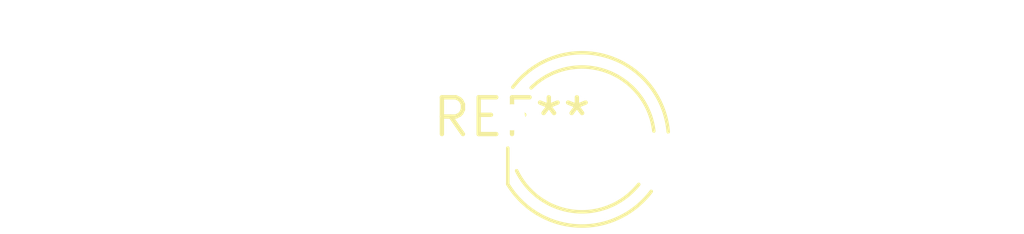
<source format=kicad_pcb>
(kicad_pcb (version 20240108) (generator pcbnew)
  (layers (0 "F.Cu" signal) (31 "B.Cu" signal) (34 "B.Paste" user) (35 "F.Paste" user) (36 "B.SilkS" user "B.Silkscreen") (37 "F.SilkS" user "F.Silkscreen") (38 "B.Mask" user) (39 "F.Mask" user) (44 "Edge.Cuts" user))
  (net 0 "")
  (footprint "LED_D5.0mm-4_RGB_Staggered_Pins" (layer "F.Cu") (at 0 0)
    (property "Reference" "REF**")
    (property "Value" "LED_D5.0mm-4_RGB_Staggered_Pins")
    (fp_line (start -0.147 1.061188) (end -0.147 2.307) (layer "F.SilkS") (stroke (width 0.12)))
    (fp_arc (start 0.028 -1.038) (mid 3.238737 -2.109652) (end 5.389836 0.503784) (layer "F.SilkS") (stroke (width 0.12)))
    (fp_arc (start 0.660401 -1.015999) (mid 3.242766 -1.592649) (end 4.89309 0.475579) (layer "F.SilkS") (stroke (width 0.12)))
    (fp_arc (start 4.372086 2.315056) (mid 2.134091 3.246393) (end 0.158316 1.842) (layer "F.SilkS") (stroke (width 0.12)))
    (fp_arc (start 4.804334 2.556887) (mid 2.262188 3.748194) (end -0.147 2.30683) (layer "F.SilkS") (stroke (width 0.12)))
    (pad "1" thru_hole roundrect (at 0 0) (size 1.8 1.8) (drill 0.9) (layers *.Cu *.Mask) (remove_unused_layers))
    (pad "2" thru_hole circle (at 1.778 1.524) (size 1.8 1.8) (drill 0.9) (layers *.Cu *.Mask) (remove_unused_layers))
    (pad "3" thru_hole circle (at 3.302 0) (size 1.8 1.8) (drill 0.9) (layers *.Cu *.Mask) (remove_unused_layers))
    (pad "4" thru_hole circle (at 4.826 1.524) (size 1.8 1.8) (drill 0.9) (layers *.Cu *.Mask) (remove_unused_layers))
  )
)
</source>
